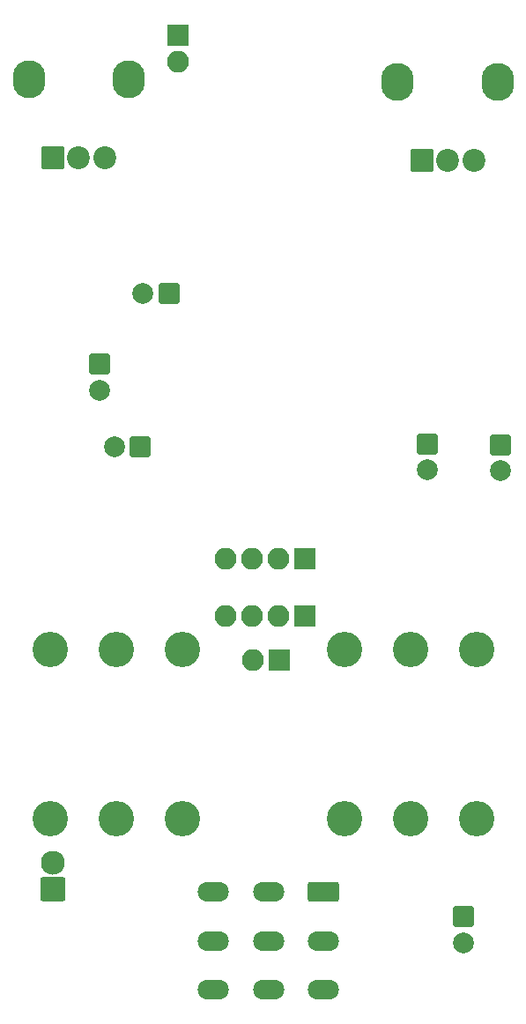
<source format=gbr>
%TF.GenerationSoftware,KiCad,Pcbnew,7.0.2-6a45011f42~172~ubuntu22.04.1*%
%TF.CreationDate,2023-05-29T17:51:51+01:00*%
%TF.ProjectId,little-angel-v3-SMD,6c697474-6c65-42d6-916e-67656c2d7633,rev?*%
%TF.SameCoordinates,Original*%
%TF.FileFunction,Soldermask,Bot*%
%TF.FilePolarity,Negative*%
%FSLAX46Y46*%
G04 Gerber Fmt 4.6, Leading zero omitted, Abs format (unit mm)*
G04 Created by KiCad (PCBNEW 7.0.2-6a45011f42~172~ubuntu22.04.1) date 2023-05-29 17:51:51*
%MOMM*%
%LPD*%
G01*
G04 APERTURE LIST*
G04 Aperture macros list*
%AMRoundRect*
0 Rectangle with rounded corners*
0 $1 Rounding radius*
0 $2 $3 $4 $5 $6 $7 $8 $9 X,Y pos of 4 corners*
0 Add a 4 corners polygon primitive as box body*
4,1,4,$2,$3,$4,$5,$6,$7,$8,$9,$2,$3,0*
0 Add four circle primitives for the rounded corners*
1,1,$1+$1,$2,$3*
1,1,$1+$1,$4,$5*
1,1,$1+$1,$6,$7*
1,1,$1+$1,$8,$9*
0 Add four rect primitives between the rounded corners*
20,1,$1+$1,$2,$3,$4,$5,0*
20,1,$1+$1,$4,$5,$6,$7,0*
20,1,$1+$1,$6,$7,$8,$9,0*
20,1,$1+$1,$8,$9,$2,$3,0*%
G04 Aperture macros list end*
%ADD10RoundRect,0.200000X1.300000X0.750000X-1.300000X0.750000X-1.300000X-0.750000X1.300000X-0.750000X0*%
%ADD11O,3.000000X1.900000*%
%ADD12RoundRect,0.200000X-0.850000X0.850000X-0.850000X-0.850000X0.850000X-0.850000X0.850000X0.850000X0*%
%ADD13O,2.100000X2.100000*%
%ADD14C,3.400000*%
%ADD15RoundRect,0.200000X-0.800000X0.800000X-0.800000X-0.800000X0.800000X-0.800000X0.800000X0.800000X0*%
%ADD16C,2.000000*%
%ADD17RoundRect,0.200000X1.000000X0.950000X-1.000000X0.950000X-1.000000X-0.950000X1.000000X-0.950000X0*%
%ADD18C,2.300000*%
%ADD19RoundRect,0.200000X-0.850000X-0.850000X0.850000X-0.850000X0.850000X0.850000X-0.850000X0.850000X0*%
%ADD20O,3.120000X3.640000*%
%ADD21RoundRect,0.200000X0.900000X0.900000X-0.900000X0.900000X-0.900000X-0.900000X0.900000X-0.900000X0*%
%ADD22C,2.200000*%
%ADD23RoundRect,0.200000X0.800000X0.800000X-0.800000X0.800000X-0.800000X-0.800000X0.800000X-0.800000X0*%
G04 APERTURE END LIST*
D10*
%TO.C,SW1*%
X148550000Y-137825000D03*
D11*
X143250000Y-137825000D03*
X137950000Y-137825000D03*
X148550000Y-142525000D03*
X143250000Y-142550000D03*
X137950000Y-142525000D03*
X148550000Y-147225000D03*
X143250000Y-147225000D03*
X137950000Y-147225000D03*
%TD*%
D12*
%TO.C,J3*%
X144300000Y-115550000D03*
D13*
X141760000Y-115550000D03*
%TD*%
D14*
%TO.C,J1*%
X156910000Y-114550000D03*
X156910000Y-130780000D03*
X163260000Y-114550000D03*
X163260000Y-130780000D03*
X150560000Y-114550000D03*
X150560000Y-130780000D03*
%TD*%
D12*
%TO.C,JOVGI1*%
X146700000Y-111350000D03*
D13*
X144160000Y-111350000D03*
X141620000Y-111350000D03*
X139080000Y-111350000D03*
%TD*%
D12*
%TO.C,JOVGI2*%
X146700000Y-105800000D03*
D13*
X144160000Y-105800000D03*
X141620000Y-105800000D03*
X139080000Y-105800000D03*
%TD*%
D15*
%TO.C,C19*%
X162000000Y-140200000D03*
D16*
X162000000Y-142700000D03*
%TD*%
D17*
%TO.C,D1*%
X122500000Y-137540000D03*
D18*
X122500000Y-135000000D03*
%TD*%
D14*
%TO.C,J4*%
X128660000Y-130780000D03*
X128660000Y-114550000D03*
X122310000Y-130780000D03*
X122310000Y-114550000D03*
X135010000Y-130780000D03*
X135010000Y-114550000D03*
%TD*%
D19*
%TO.C,J2*%
X134510000Y-55550000D03*
D13*
X134510000Y-58090000D03*
%TD*%
D20*
%TO.C,RV2*%
X120210000Y-59775000D03*
X129810000Y-59775000D03*
D21*
X122510000Y-67275000D03*
D22*
X125010000Y-67275000D03*
X127510000Y-67275000D03*
%TD*%
D16*
%TO.C,C8*%
X158510000Y-97300000D03*
D15*
X158510000Y-94800000D03*
%TD*%
D23*
%TO.C,C3*%
X133692380Y-80300000D03*
D16*
X131192380Y-80300000D03*
%TD*%
D20*
%TO.C,RV1*%
X155660000Y-60050000D03*
X165260000Y-60050000D03*
D21*
X157960000Y-67550000D03*
D22*
X160460000Y-67550000D03*
X162960000Y-67550000D03*
%TD*%
D15*
%TO.C,C5*%
X127010000Y-87117621D03*
D16*
X127010000Y-89617621D03*
%TD*%
D15*
%TO.C,C6*%
X165510000Y-94867621D03*
D16*
X165510000Y-97367621D03*
%TD*%
D23*
%TO.C,C4*%
X130942380Y-95050000D03*
D16*
X128442380Y-95050000D03*
%TD*%
M02*

</source>
